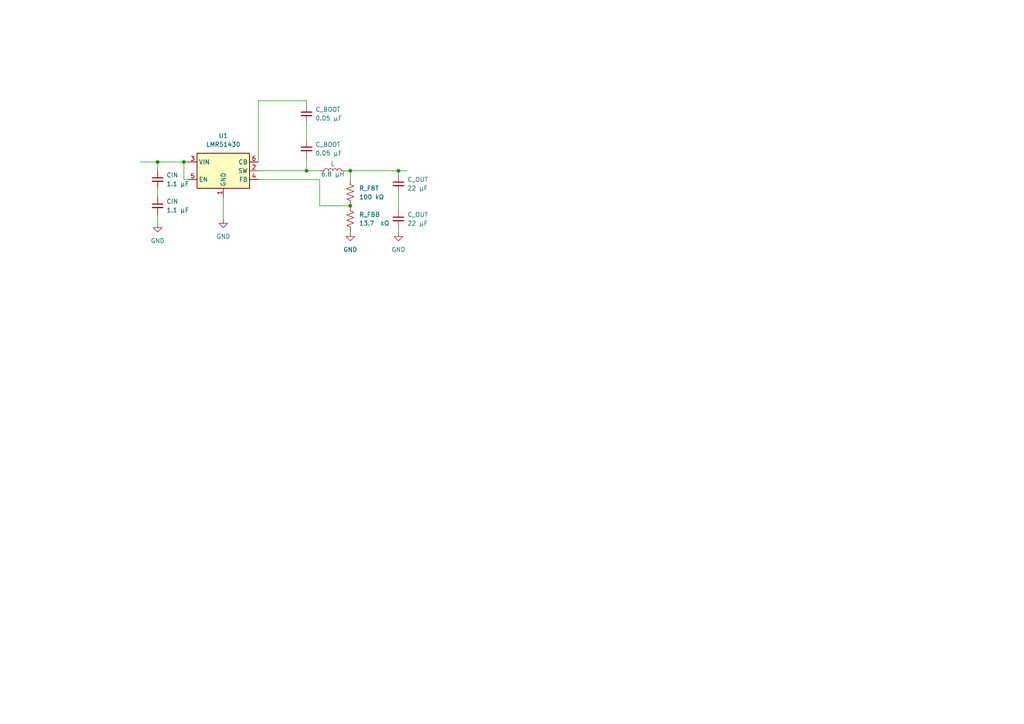
<source format=kicad_sch>
(kicad_sch (version 20250114) (generator "eeschema") (generator_version "9.0")
  (paper "A4")
  (lib_symbols
    (symbol "Device:C_Small" (pin_numbers (hide yes)) (pin_names (offset 0.254) (hide yes))
      (property "Reference" "C" (at 0.254 1.778 0))
      (property "Value" "C_Small" (at 0.254 -2.032 0))
      (symbol "C_Small_0_1"
        (polyline (pts (xy -1.524 0.508) (xy 1.524 0.508)) (stroke (width 0.3048)))
        (polyline (pts (xy -1.524 -0.508) (xy 1.524 -0.508)) (stroke (width 0.3302)))
      )
      (symbol "C_Small_1_1"
        (pin passive line (at 0 2.54 270) (length 2.032) (name "~") (number "1"))
        (pin passive line (at 0 -2.54 90) (length 2.032) (name "~") (number "2"))
      )
    )
    (symbol "Device:L" (pin_numbers (hide yes)) (pin_names (offset 1.016) (hide yes))
      (property "Reference" "L" (at -1.27 0 90))
      (property "Value" "L" (at 1.905 0 90))
      (symbol "L_0_1"
        (arc (start 0 2.54) (mid 0.6323 1.905) (end 0 1.27))
        (arc (start 0 1.27) (mid 0.6323 0.635) (end 0 0))
        (arc (start 0 0) (mid 0.6323 -0.635) (end 0 -1.27))
        (arc (start 0 -1.27) (mid 0.6323 -1.905) (end 0 -2.54))
      )
      (symbol "L_1_1"
        (pin passive line (at 0 3.81 270) (length 1.27) (name "1") (number "1"))
        (pin passive line (at 0 -3.81 90) (length 1.27) (name "2") (number "2"))
      )
    )
    (symbol "Device:R_US" (pin_numbers (hide yes)) (pin_names (offset 0))
      (property "Reference" "R" (at 2.54 0 90))
      (property "Value" "R_US" (at -2.54 0 90))
      (symbol "R_US_0_1"
        (polyline (pts (xy 0 2.286) (xy 0 2.54)))
        (polyline (pts (xy 0 2.286) (xy 1.016 1.905) (xy 0 1.524) (xy -1.016 1.143) (xy 0 0.762)))
        (polyline (pts (xy 0 0.762) (xy 1.016 0.381) (xy 0 0) (xy -1.016 -0.381) (xy 0 -0.762)))
        (polyline (pts (xy 0 -0.762) (xy 1.016 -1.143) (xy 0 -1.524) (xy -1.016 -1.905) (xy 0 -2.286)))
        (polyline (pts (xy 0 -2.286) (xy 0 -2.54)))
      )
      (symbol "R_US_1_1"
        (pin passive line (at 0 3.81 270) (length 1.27) (name "~") (number "1"))
        (pin passive line (at 0 -3.81 90) (length 1.27) (name "~") (number "2"))
      )
    )
    (symbol "Regulator_Switching:LMR51430"
      (property "Reference" "U" (at -7.62 6.35 0))
      (property "Value" "LMR51430" (at 0 6.35 0))
      (symbol "LMR51430_0_1"
        (rectangle (start -7.62 5.08) (end 7.62 -5.08) (stroke (width 0.254)) (fill (type background)))
      )
      (symbol "LMR51430_1_1"
        (pin power_in line (at -10.16 2.54 0) (length 2.54) (name "VIN") (number "3"))
        (pin input line (at -10.16 -2.54 0) (length 2.54) (name "EN") (number "5"))
        (pin power_in line (at 0 -7.62 90) (length 2.54) (name "GND") (number "1"))
        (pin passive line (at 10.16 2.54 180) (length 2.54) (name "CB") (number "6"))
        (pin power_out line (at 10.16 0 180) (length 2.54) (name "SW") (number "2"))
        (pin input line (at 10.16 -2.54 180) (length 2.54) (name "FB") (number "4"))
      )
    )
    (symbol "power:GND" (power) (pin_numbers (hide yes)) (pin_names (offset 0) (hide yes))
      (property "Value" "GND" (at 0 -3.81 0))
      (symbol "GND_0_1"
        (polyline (pts (xy 0 0) (xy 0 -1.27) (xy 1.27 -1.27) (xy 0 -2.54) (xy -1.27 -1.27) (xy 0 -1.27)))
      )
      (symbol "GND_1_1"
        (pin power_in line (at 0 0 270) (length 0) (name "~") (number "1"))
      )
    )
  )
  (junction (at 53.34 46.99))
  (junction (at 88.9 49.53))
  (junction (at 115.57 49.53))
  (junction (at 45.72 46.99))
  (junction (at 101.6 49.53))
  (junction (at 101.6 59.69))
  (wire (pts (xy 92.71 52.07) (xy 92.71 59.69)))
  (wire (pts (xy 100.33 49.53) (xy 101.6 49.53)))
  (wire (pts (xy 40.64 46.99) (xy 45.72 46.99)))
  (wire (pts (xy 88.9 29.21) (xy 88.9 30.48)))
  (wire (pts (xy 101.6 49.53) (xy 101.6 52.07)))
  (wire (pts (xy 115.57 66.04) (xy 115.57 67.31)))
  (wire (pts (xy 45.72 46.99) (xy 45.72 49.53)))
  (wire (pts (xy 54.61 52.07) (xy 53.34 52.07)))
  (wire (pts (xy 88.9 45.72) (xy 88.9 49.53)))
  (wire (pts (xy 53.34 52.07) (xy 53.34 46.99)))
  (wire (pts (xy 74.93 29.21) (xy 88.9 29.21)))
  (wire (pts (xy 115.57 49.53) (xy 118.11 49.53)))
  (wire (pts (xy 53.34 46.99) (xy 54.61 46.99)))
  (wire (pts (xy 45.72 46.99) (xy 53.34 46.99)))
  (wire (pts (xy 64.77 57.15) (xy 64.77 63.5)))
  (wire (pts (xy 45.72 62.23) (xy 45.72 64.77)))
  (wire (pts (xy 88.9 35.56) (xy 88.9 40.64)))
  (wire (pts (xy 115.57 55.88) (xy 115.57 60.96)))
  (wire (pts (xy 74.93 52.07) (xy 92.71 52.07)))
  (wire (pts (xy 92.71 59.69) (xy 101.6 59.69)))
  (wire (pts (xy 74.93 29.21) (xy 74.93 46.99)))
  (wire (pts (xy 74.93 49.53) (xy 88.9 49.53)))
  (wire (pts (xy 115.57 49.53) (xy 115.57 50.8)))
  (wire (pts (xy 45.72 54.61) (xy 45.72 57.15)))
  (wire (pts (xy 101.6 49.53) (xy 115.57 49.53)))
  (wire (pts (xy 92.71 49.53) (xy 88.9 49.53)))
  (symbol (lib_id "Device:C_Small") (at 115.57 63.5 0) (unit 1)
    (property "Reference" "C_OUT" (at 118.11 62.2362 0) (effects (justify left)))
    (property "Value" "22 µF" (at 118.11 64.7762 0) (effects (justify left)))
    (property "Description" "Unpolarized capacitor, small symbol" (effects (hide yes)))
  )
  (symbol (lib_id "Device:C_Small") (at 115.57 53.34 0) (unit 1)
    (property "Reference" "C_OUT" (at 118.11 52.0762 0) (effects (justify left)))
    (property "Value" "22 µF" (at 118.11 54.6162 0) (effects (justify left)))
    (property "Description" "Unpolarized capacitor, small symbol" (effects (hide yes)))
  )
  (symbol (lib_id "Device:R_US") (at 101.6 63.5 0) (unit 1)
    (property "Reference" "R_FBB" (at 104.14 62.2299 0) (effects (justify left)))
    (property "Value" "13.7  kΩ" (at 104.14 64.7699 0) (effects (justify left)))
    (property "Description" "Resistor, US symbol" (effects (hide yes)))
  )
  (symbol (lib_id "power:GND") (at 115.57 67.31 0) (unit 1)
    (property "Reference" "#PWR02" (effects (hide yes)))
    (property "Value" "GND" (at 115.57 72.39 0))
    (property "Description" "Power symbol creates a global label with name \"GND\" , ground" (effects (hide yes)))
  )
  (symbol (lib_id "Device:C_Small") (at 45.72 59.69 0) (unit 1)
    (property "Reference" "CIN" (at 48.26 58.4262 0) (effects (justify left)))
    (property "Value" "1.1 µF" (at 48.26 60.9662 0) (effects (justify left)))
    (property "Description" "Unpolarized capacitor, small symbol" (effects (hide yes)))
  )
  (symbol (lib_id "Device:C_Small") (at 88.9 33.02 0) (unit 1)
    (property "Reference" "C_BOOT" (at 91.44 31.7562 0) (effects (justify left)))
    (property "Value" "0.05 µF" (at 91.44 34.2962 0) (effects (justify left)))
    (property "Description" "Unpolarized capacitor, small symbol" (effects (hide yes)))
  )
  (symbol (lib_id "Device:C_Small") (at 45.72 52.07 0) (unit 1)
    (property "Reference" "CIN" (at 48.26 50.8062 0) (effects (justify left)))
    (property "Value" "1.1 µF" (at 48.26 53.3462 0) (effects (justify left)))
    (property "Description" "Unpolarized capacitor, small symbol" (effects (hide yes)))
  )
  (symbol (lib_id "power:GND") (at 45.72 64.77 0) (unit 1)
    (property "Reference" "#PWR03" (effects (hide yes)))
    (property "Value" "GND" (at 45.72 69.85 0))
    (property "Description" "Power symbol creates a global label with name \"GND\" , ground" (effects (hide yes)))
  )
  (symbol (lib_id "Regulator_Switching:LMR51430") (at 64.77 49.53 0) (unit 1)
    (property "Reference" "U1" (at 64.77 39.37 0))
    (property "Value" "LMR51430" (at 64.77 41.91 0))
    (property "Footprint" "Package_TO_SOT_SMD:SOT-23-6" (effects (hide yes)))
    (property "Datasheet" "https://www.ti.com/lit/ds/symlink/lmr51430.pdf" (effects (hide yes)))
    (property "Description" "4.5-V to 36-V, 3-A synchronous buck converter with 40-µA IQ, SOT-23-6" (effects (hide yes)))
  )
  (symbol (lib_id "Device:C_Small") (at 88.9 43.18 0) (unit 1)
    (property "Reference" "C_BOOT" (at 91.44 41.9162 0) (effects (justify left)))
    (property "Value" "0.05 µF" (at 91.44 44.4562 0) (effects (justify left)))
    (property "Description" "Unpolarized capacitor, small symbol" (effects (hide yes)))
  )
  (symbol (lib_id "Device:R_US") (at 101.6 55.88 0) (unit 1)
    (property "Reference" "R_FBT" (at 104.14 54.6099 0) (effects (justify left)))
    (property "Value" "100 kΩ" (at 104.14 57.1499 0) (effects (justify left)))
    (property "Description" "Resistor, US symbol" (effects (hide yes)))
  )
  (symbol (lib_id "Device:L") (at 96.52 49.53 90) (unit 1)
    (property "Reference" "L" (at 96.52 47.498 90))
    (property "Value" "6.8 µH" (at 96.52 50.546 90))
    (property "Description" "Inductor" (effects (hide yes)))
  )
  (symbol (lib_id "power:GND") (at 101.6 67.31 0) (unit 1)
    (property "Reference" "#PWR01" (effects (hide yes)))
    (property "Value" "GND" (at 101.6 72.39 0))
    (property "Description" "Power symbol creates a global label with name \"GND\" , ground" (effects (hide yes)))
  )
  (symbol (lib_id "power:GND") (at 64.77 63.5 0) (unit 1)
    (property "Reference" "#PWR04" (effects (hide yes)))
    (property "Value" "GND" (at 64.77 68.58 0))
    (property "Description" "Power symbol creates a global label with name \"GND\" , ground" (effects (hide yes)))
  )
)
</source>
